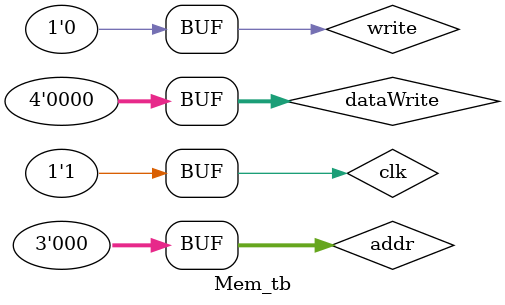
<source format=sv>
/* Authors:			Ammon Dodson & Jake McKenzie
 * Date:		    Jun 6, 2018
 * Description:     Data memory module
 */


module Mem #(parameter WIDTH, D_ADDR_WIDTH) (
	input  clk, write,
	input  [D_ADDR_WIDTH-1:0] addr,
	input  [WIDTH-1:0] dataWrite,
	output [WIDTH-1:0] dataRead
);
	logic [WIDTH-1:0] mem[2**D_ADDR_WIDTH-1:0];
	
	always_ff @(posedge clk) if(write) mem[addr] = dataWrite;
	
	assign dataRead = mem[addr];
	
endmodule


module Mem_tb;
	localparam WIDTH=4, D_ADDR_WIDTH=3;
	logic  clk, write;
	logic  [D_ADDR_WIDTH-1:0] addr;
	logic  [WIDTH-1:0] dataWrite;
	logic  [WIDTH-1:0] dataRead;
	
	
	Mem #(WIDTH, D_ADDR_WIDTH) DUT(clk, write, addr, dataWrite, dataRead);
	
	initial begin
		write=0;
		addr =0;
		dataWrite=0;
		
		clk=0; #10; clk=1; #10;
		write=1;
		clk=0; #10; clk=1; #10;
		write=0;
		
	end
endmodule


</source>
